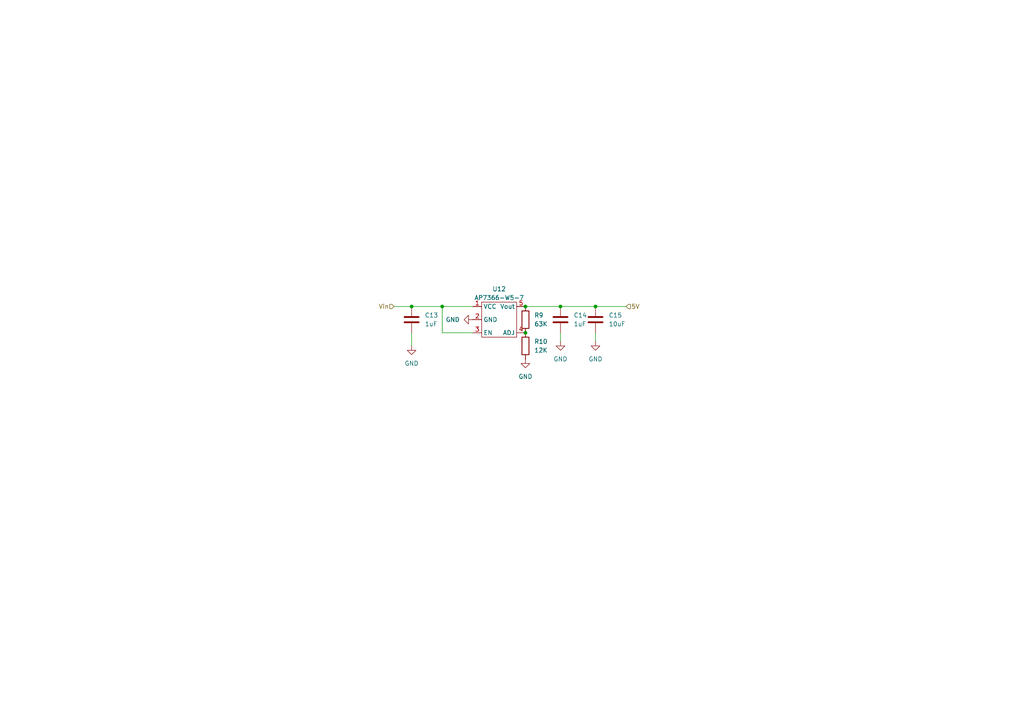
<source format=kicad_sch>
(kicad_sch (version 20231120) (generator "eeschema") (generator_version "8.0")
  (paper "A4")
  (lib_symbols
    (symbol "AP7366_SOT_25:AP7366_SOT25"
      (property "Reference" "U" (at 0 5.334 0))
      (symbol "AP7366_SOT25_0_1"
        (rectangle (start -5.08 3.81) (end 5.08 -6.35))
      )
      (symbol "AP7366_SOT25_1_1"
        (pin power_in line (at -7.62 2.54 0) (length 2.54) (name "VCC") (number "1"))
        (pin power_in line (at -7.62 -1.27 0) (length 2.54) (name "GND") (number "2"))
        (pin input line (at -7.62 -5.08 0) (length 2.54) (name "EN") (number "3"))
        (pin power_in line (at 7.62 -5.08 180) (length 2.54) (name "ADJ") (number "4"))
        (pin power_in line (at 7.62 2.54 180) (length 2.54) (name "Vout") (number "5"))
      )
    )
    (symbol "Device:C" (pin_numbers hide) (pin_names (offset 0.254))
      (property "Reference" "C" (at 0.635 2.54 0))
      (property "Value" "C" (at 0.635 -2.54 0))
      (symbol "C_0_1"
        (polyline (pts (xy -2.032 -0.762) (xy 2.032 -0.762)) (stroke (width 0.508)))
        (polyline (pts (xy -2.032 0.762) (xy 2.032 0.762)) (stroke (width 0.508)))
      )
      (symbol "C_1_1"
        (pin passive line (at 0 3.81 270) (length 2.794) (name "~") (number "1"))
        (pin passive line (at 0 -3.81 90) (length 2.794) (name "~") (number "2"))
      )
    )
    (symbol "Device:R" (pin_numbers hide) (pin_names (offset 0))
      (property "Reference" "R" (at 2.032 0 90))
      (property "Value" "R" (at 0 0 90))
      (symbol "R_0_1"
        (rectangle (start -1.016 -2.54) (end 1.016 2.54) (stroke (width 0.254)))
      )
      (symbol "R_1_1"
        (pin passive line (at 0 3.81 270) (length 1.27) (name "~") (number "1"))
        (pin passive line (at 0 -3.81 90) (length 1.27) (name "~") (number "2"))
      )
    )
    (symbol "power:GND" (power) (pin_numbers hide) (pin_names (offset 0) hide)
      (property "Value" "GND" (at 0 -3.81 0))
      (symbol "GND_0_1"
        (polyline (pts (xy 0 0) (xy 0 -1.27) (xy 1.27 -1.27) (xy 0 -2.54) (xy -1.27 -1.27) (xy 0 -1.27)))
      )
      (symbol "GND_1_1"
        (pin power_in line (at 0 0 270) (length 0) (name "~") (number "1"))
      )
    )
  )
  (junction (at 152.4 96.52))
  (junction (at 152.4 88.9))
  (junction (at 119.38 88.9))
  (junction (at 172.72 88.9))
  (junction (at 162.56 88.9))
  (junction (at 128.27 88.9))
  (wire (pts (xy 128.27 96.52) (xy 128.27 88.9)))
  (wire (pts (xy 172.72 88.9) (xy 181.61 88.9)))
  (wire (pts (xy 172.72 96.52) (xy 172.72 99.06)))
  (wire (pts (xy 128.27 88.9) (xy 137.16 88.9)))
  (wire (pts (xy 114.3 88.9) (xy 119.38 88.9)))
  (wire (pts (xy 172.72 88.9) (xy 162.56 88.9)))
  (wire (pts (xy 137.16 96.52) (xy 128.27 96.52)))
  (wire (pts (xy 119.38 88.9) (xy 128.27 88.9)))
  (wire (pts (xy 152.4 88.9) (xy 162.56 88.9)))
  (wire (pts (xy 119.38 96.52) (xy 119.38 100.33)))
  (wire (pts (xy 162.56 96.52) (xy 162.56 99.06)))
  (hierarchical_label "5V" (shape input) (at 181.61 88.9 0))
  (hierarchical_label "Vin" (shape input) (at 114.3 88.9 180))
  (symbol (lib_id "Device:C") (at 119.38 92.71 0) (unit 1)
    (property "Reference" "C13" (at 123.19 91.4399 0) (effects (justify left)))
    (property "Value" "1uF" (at 123.19 93.9799 0) (effects (justify left)))
    (property "Footprint" "Resistor_SMD:R_0603_1608Metric" (effects (hide yes)))
    (property "Description" "Unpolarized capacitor" (effects (hide yes)))
  )
  (symbol (lib_id "Device:R") (at 152.4 92.71 0) (unit 1)
    (property "Reference" "R9" (at 154.94 91.4399 0) (effects (justify left)))
    (property "Value" "63K" (at 154.94 93.9799 0) (effects (justify left)))
    (property "Footprint" "Resistor_SMD:R_0603_1608Metric" (effects (hide yes)))
    (property "Description" "Resistor" (effects (hide yes)))
  )
  (symbol (lib_id "power:GND") (at 137.16 92.71 270) (unit 1)
    (property "Reference" "#PWR059" (effects (hide yes)))
    (property "Value" "GND" (at 133.35 92.7099 90) (effects (justify right)))
    (property "Description" "Power symbol creates a global label with name \"GND\" , ground" (effects (hide yes)))
  )
  (symbol (lib_id "Device:C") (at 172.72 92.71 0) (unit 1)
    (property "Reference" "C15" (at 176.53 91.4399 0) (effects (justify left)))
    (property "Value" "10uF" (at 176.53 93.9799 0) (effects (justify left)))
    (property "Footprint" "Capacitor_SMD:C_0603_1608Metric" (effects (hide yes)))
    (property "Description" "Unpolarized capacitor" (effects (hide yes)))
  )
  (symbol (lib_id "Device:C") (at 162.56 92.71 0) (unit 1)
    (property "Reference" "C14" (at 166.37 91.4399 0) (effects (justify left)))
    (property "Value" "1uF" (at 166.37 93.9799 0) (effects (justify left)))
    (property "Footprint" "Resistor_SMD:R_0603_1608Metric" (effects (hide yes)))
    (property "Description" "Unpolarized capacitor" (effects (hide yes)))
  )
  (symbol (lib_id "power:GND") (at 152.4 104.14 0) (unit 1)
    (property "Reference" "#PWR062" (effects (hide yes)))
    (property "Value" "GND" (at 152.4 109.22 0))
    (property "Description" "Power symbol creates a global label with name \"GND\" , ground" (effects (hide yes)))
  )
  (symbol (lib_id "AP7366_SOT_25:AP7366_SOT25") (at 144.78 91.44 0) (unit 1)
    (property "Reference" "U12" (at 144.78 83.82 0))
    (property "Value" "AP7366-W5-7" (at 144.78 86.36 0))
    (property "Footprint" "AP7366-SOT25:AP7366" (effects (hide yes)))
  )
  (symbol (lib_id "power:GND") (at 162.56 99.06 0) (unit 1)
    (property "Reference" "#PWR063" (effects (hide yes)))
    (property "Value" "GND" (at 162.56 104.14 0))
    (property "Description" "Power symbol creates a global label with name \"GND\" , ground" (effects (hide yes)))
  )
  (symbol (lib_id "Device:R") (at 152.4 100.33 0) (unit 1)
    (property "Reference" "R10" (at 154.94 99.0599 0) (effects (justify left)))
    (property "Value" "12K" (at 154.94 101.5999 0) (effects (justify left)))
    (property "Footprint" "Resistor_SMD:R_0603_1608Metric" (effects (hide yes)))
    (property "Description" "Resistor" (effects (hide yes)))
  )
  (symbol (lib_id "power:GND") (at 172.72 99.06 0) (unit 1)
    (property "Reference" "#PWR065" (effects (hide yes)))
    (property "Value" "GND" (at 172.72 104.14 0))
    (property "Description" "Power symbol creates a global label with name \"GND\" , ground" (effects (hide yes)))
  )
  (symbol (lib_id "power:GND") (at 119.38 100.33 0) (unit 1)
    (property "Reference" "#PWR058" (effects (hide yes)))
    (property "Value" "GND" (at 119.38 105.41 0))
    (property "Description" "Power symbol creates a global label with name \"GND\" , ground" (effects (hide yes)))
  )
)
</source>
